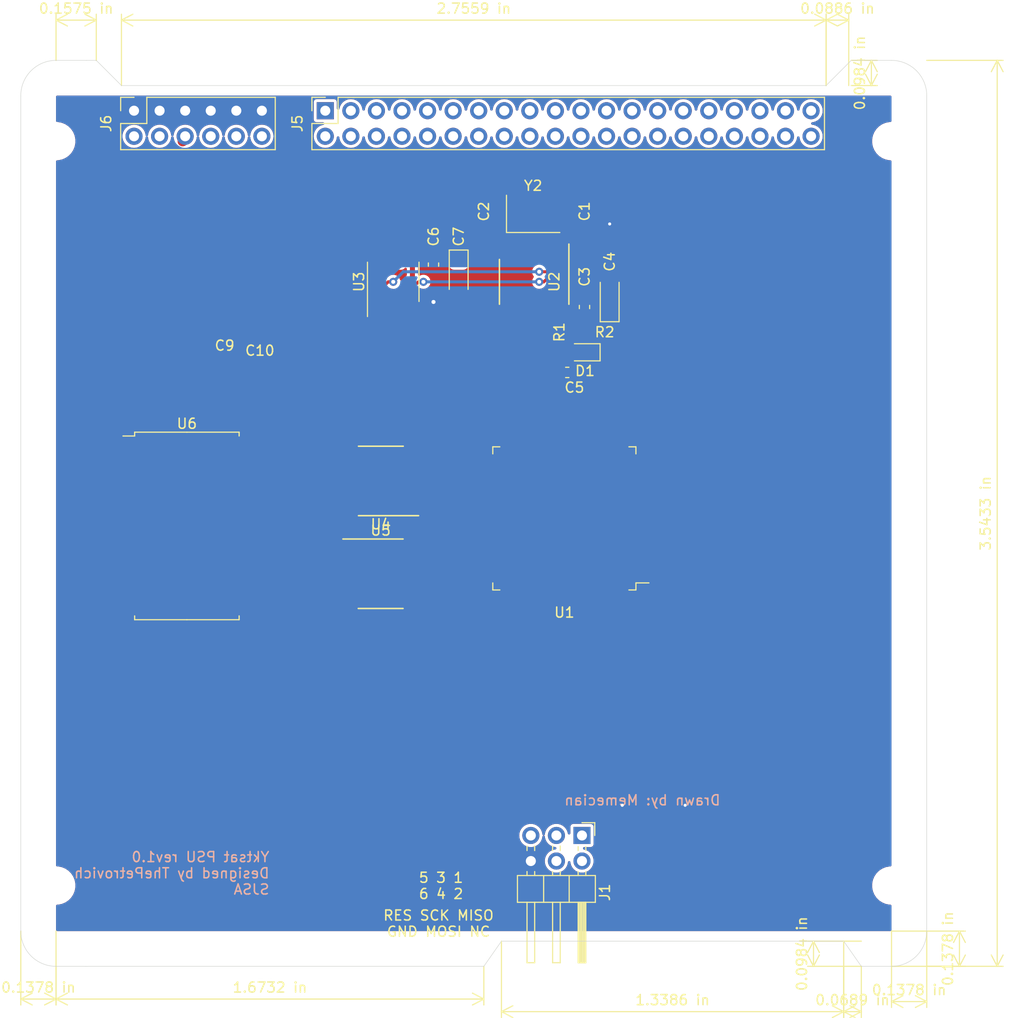
<source format=kicad_pcb>
(kicad_pcb (version 20171130) (host pcbnew "(5.1.4)-1")
  (title_block (title "Yktsat Power Supply Module") (date 2020-03-23) (rev 1) (company SJSA) (comment 1 YKTS-1000-PWRBRD) (comment 2 ThePetrovich))
  (layers (0 F.Cu signal) (31 B.Cu signal) (34 B.Paste user) (35 F.Paste user) (36 B.SilkS user) (37 F.SilkS user) (38 B.Mask user) (39 F.Mask user) (44 Edge.Cuts user))
  (net 0 "")
  (net 1 GND)
  (net 2 "Net-(C1-Pad1)")
  (net 3 "Net-(C2-Pad1)")
  (net 4 +5V)
  (net 5 "Net-(C5-Pad1)")
  (net 6 "Net-(R1-Pad2)")
  (net 7 "Net-(U2-Pad2)")
  (net 8 "Net-(U2-Pad1)")
  (net 9 CANH)
  (net 10 CANL)
  (net 11 +3V3-A)
  (net 12 "Net-(U1-Pad14)")
  (net 13 "Net-(U1-Pad13)")
  (net 14 "Net-(U1-Pad4)")
  (net 15 "Net-(U4-Pad19)")
  (net 16 "Net-(U4-Pad18)")
  (net 17 "Net-(U4-Pad17)")
  (net 18 "Net-(U5-Pad19)")
  (net 19 "Net-(U5-Pad18)")
  (net 20 "Net-(U5-Pad17)")
  (net 21 +5V-A)
  (net 22 /PK7)
  (net 23 /PK6)
  (net 24 /PK5)
  (net 25 /PK4)
  (net 26 /PK3)
  (net 27 /PK2)
  (net 28 /PK1)
  (net 29 /PK0)
  (net 30 /PJ7)
  (net 31 /PJ6)
  (net 32 /PJ5)
  (net 33 /PJ4)
  (net 34 /PJ3)
  (net 35 /PJ2)
  (net 36 /PJ1)
  (net 37 /PJ0)
  (net 38 /FCU_MEMORY/FCU_ALE2)
  (net 39 /FCU_MEMORY/FCU_ALE1)
  (net 40 /FCU_MEMORY/FCU_MEM_~OE)
  (net 41 /FCU_MEMORY/FCU_MEM_~WE)
  (net 42 "Net-(U4-Pad16)")
  (net 43 "Net-(U4-Pad15)")
  (net 44 "Net-(U4-Pad14)")
  (net 45 "Net-(U4-Pad13)")
  (net 46 "Net-(U4-Pad12)")
  (module Package_SO:TSOP-II-44_10.16x18.41mm_P0.8mm (layer F.Cu) (at 116.25 106.25)
    (fp_text reference U6 (at 0 -10.16) (layer F.SilkS))
    (fp_text value IS61C5128AL-10TLI)
    (pad 44 smd roundrect (at 5.5875 -8.4) (size 1.525 0.55) (layers F.Cu F.Paste F.Mask))
    (pad 43 smd roundrect (at 5.5875 -7.6) (size 1.525 0.55) (layers F.Cu F.Paste F.Mask))
    (pad 42 smd roundrect (at 5.5875 -6.8) (size 1.525 0.55) (layers F.Cu F.Paste F.Mask))
    (pad 41 smd roundrect (at 5.5875 -6) (size 1.525 0.55) (layers F.Cu F.Paste F.Mask) (net 20 "Net-(U5-Pad17)"))
    (pad 40 smd roundrect (at 5.5875 -5.2) (size 1.525 0.55) (layers F.Cu F.Paste F.Mask) (net 19 "Net-(U5-Pad18)"))
    (pad 39 smd roundrect (at 5.5875 -4.4) (size 1.525 0.55) (layers F.Cu F.Paste F.Mask) (net 18 "Net-(U5-Pad19)"))
    (pad 38 smd roundrect (at 5.5875 -3.6) (size 1.525 0.55) (layers F.Cu F.Paste F.Mask) (net 46 "Net-(U4-Pad12)"))
    (pad 37 smd roundrect (at 5.5875 -2.8) (size 1.525 0.55) (layers F.Cu F.Paste F.Mask) (net 40 /FCU_MEMORY/FCU_MEM_~OE))
    (pad 36 smd roundrect (at 5.5875 -2) (size 1.525 0.55) (layers F.Cu F.Paste F.Mask) (net 30 /PJ7))
    (pad 35 smd roundrect (at 5.5875 -1.2) (size 1.525 0.55) (layers F.Cu F.Paste F.Mask) (net 31 /PJ6))
    (pad 34 smd roundrect (at 5.5875 -0.4) (size 1.525 0.55) (layers F.Cu F.Paste F.Mask) (net 1 GND))
    (pad 33 smd roundrect (at 5.5875 0.4) (size 1.525 0.55) (layers F.Cu F.Paste F.Mask) (net 11 +3V3-A))
    (pad 32 smd roundrect (at 5.5875 1.2) (size 1.525 0.55) (layers F.Cu F.Paste F.Mask) (net 32 /PJ5))
    (pad 31 smd roundrect (at 5.5875 2) (size 1.525 0.55) (layers F.Cu F.Paste F.Mask) (net 33 /PJ4))
    (pad 30 smd roundrect (at 5.5875 2.8) (size 1.525 0.55) (layers F.Cu F.Paste F.Mask) (net 45 "Net-(U4-Pad13)"))
    (pad 29 smd roundrect (at 5.5875 3.6) (size 1.525 0.55) (layers F.Cu F.Paste F.Mask) (net 44 "Net-(U4-Pad14)"))
    (pad 28 smd roundrect (at 5.5875 4.4) (size 1.525 0.55) (layers F.Cu F.Paste F.Mask) (net 43 "Net-(U4-Pad15)"))
    (pad 27 smd roundrect (at 5.5875 5.2) (size 1.525 0.55) (layers F.Cu F.Paste F.Mask) (net 42 "Net-(U4-Pad16)"))
    (pad 26 smd roundrect (at 5.5875 6) (size 1.525 0.55) (layers F.Cu F.Paste F.Mask) (net 17 "Net-(U4-Pad17)"))
    (pad 25 smd roundrect (at 5.5875 6.8) (size 1.525 0.55) (layers F.Cu F.Paste F.Mask))
    (pad 24 smd roundrect (at 5.5875 7.6) (size 1.525 0.55) (layers F.Cu F.Paste F.Mask))
    (pad 23 smd roundrect (at 5.5875 8.4) (size 1.525 0.55) (layers F.Cu F.Paste F.Mask))
    (pad 22 smd roundrect (at -5.5875 8.4) (size 1.525 0.55) (layers F.Cu F.Paste F.Mask))
    (pad 21 smd roundrect (at -5.5875 7.6) (size 1.525 0.55) (layers F.Cu F.Paste F.Mask))
    (pad 20 smd roundrect (at -5.5875 6.8) (size 1.525 0.55) (layers F.Cu F.Paste F.Mask) (net 16 "Net-(U4-Pad18)"))
    (pad 19 smd roundrect (at -5.5875 6) (size 1.525 0.55) (layers F.Cu F.Paste F.Mask) (net 15 "Net-(U4-Pad19)"))
    (pad 18 smd roundrect (at -5.5875 5.2) (size 1.525 0.55) (layers F.Cu F.Paste F.Mask) (net 22 /PK7))
    (pad 17 smd roundrect (at -5.5875 4.4) (size 1.525 0.55) (layers F.Cu F.Paste F.Mask) (net 23 /PK6))
    (pad 16 smd roundrect (at -5.5875 3.6) (size 1.525 0.55) (layers F.Cu F.Paste F.Mask) (net 24 /PK5))
    (pad 15 smd roundrect (at -5.5875 2.8) (size 1.525 0.55) (layers F.Cu F.Paste F.Mask) (net 41 /FCU_MEMORY/FCU_MEM_~WE))
    (pad 14 smd roundrect (at -5.5875 2) (size 1.525 0.55) (layers F.Cu F.Paste F.Mask) (net 34 /PJ3))
    (pad 13 smd roundrect (at -5.5875 1.2) (size 1.525 0.55) (layers F.Cu F.Paste F.Mask) (net 35 /PJ2))
    (pad 12 smd roundrect (at -5.5875 0.4) (size 1.525 0.55) (layers F.Cu F.Paste F.Mask) (net 1 GND))
    (pad 11 smd roundrect (at -5.5875 -0.4) (size 1.525 0.55) (layers F.Cu F.Paste F.Mask) (net 11 +3V3-A))
    (pad 10 smd roundrect (at -5.5875 -1.2) (size 1.525 0.55) (layers F.Cu F.Paste F.Mask) (net 36 /PJ1))
    (pad 9 smd roundrect (at -5.5875 -2) (size 1.525 0.55) (layers F.Cu F.Paste F.Mask) (net 37 /PJ0))
    (pad 8 smd roundrect (at -5.5875 -2.8) (size 1.525 0.55) (layers F.Cu F.Paste F.Mask) (net 1 GND))
    (pad 7 smd roundrect (at -5.5875 -3.6) (size 1.525 0.55) (layers F.Cu F.Paste F.Mask) (net 25 /PK4))
    (pad 6 smd roundrect (at -5.5875 -4.4) (size 1.525 0.55) (layers F.Cu F.Paste F.Mask) (net 26 /PK3))
    (pad 5 smd roundrect (at -5.5875 -5.2) (size 1.525 0.55) (layers F.Cu F.Paste F.Mask) (net 27 /PK2))
    (pad 4 smd roundrect (at -5.5875 -6) (size 1.525 0.55) (layers F.Cu F.Paste F.Mask) (net 28 /PK1))
    (pad 3 smd roundrect (at -5.5875 -6.8) (size 1.525 0.55) (layers F.Cu F.Paste F.Mask) (net 29 /PK0))
    (pad 2 smd roundrect (at -5.5875 -7.6) (size 1.525 0.55) (layers F.Cu F.Paste F.Mask))
    (pad 1 smd roundrect (at -5.5875 -8.4) (size 1.525 0.55) (layers F.Cu F.Paste F.Mask))
  )
  (module Capacitor_SMD:C_0402_1005Metric (layer F.Cu) (at 123.5 90)
    (fp_text reference C10 (at 0 -1.17) (layer F.SilkS))
    (fp_text value 100nF)
    (pad 2 smd roundrect (at 0.485 0) (size 0.59 0.64) (layers F.Cu F.Paste F.Mask) (net 1 GND))
    (pad 1 smd roundrect (at -0.485 0) (size 0.59 0.64) (layers F.Cu F.Paste F.Mask) (net 11 +3V3-A))
  )
  (module Capacitor_SMD:C_0402_1005Metric (layer F.Cu) (at 120 89.5)
    (fp_text reference C9 (at 0 -1.17) (layer F.SilkS))
    (fp_text value 100nF)
    (pad 2 smd roundrect (at 0.485 0) (size 0.59 0.64) (layers F.Cu F.Paste F.Mask) (net 1 GND))
    (pad 1 smd roundrect (at -0.485 0) (size 0.59 0.64) (layers F.Cu F.Paste F.Mask) (net 11 +3V3-A))
  )
  (module Package_SO:TSSOP-20_4.4x6.5mm_P0.65mm (layer F.Cu) (at 135.5 111)
    (fp_text reference U5 (at 0 -4.3) (layer F.SilkS))
    (fp_text value 74HC573#SOIC)
    (pad 20 smd rect (at 2.95 -2.925) (size 1.45 0.45) (layers F.Cu F.Paste F.Mask) (net 11 +3V3-A))
    (pad 19 smd rect (at 2.95 -2.275) (size 1.45 0.45) (layers F.Cu F.Paste F.Mask) (net 18 "Net-(U5-Pad19)"))
    (pad 18 smd rect (at 2.95 -1.625) (size 1.45 0.45) (layers F.Cu F.Paste F.Mask) (net 19 "Net-(U5-Pad18)"))
    (pad 17 smd rect (at 2.95 -0.975) (size 1.45 0.45) (layers F.Cu F.Paste F.Mask) (net 20 "Net-(U5-Pad17)"))
    (pad 16 smd rect (at 2.95 -0.325) (size 1.45 0.45) (layers F.Cu F.Paste F.Mask))
    (pad 15 smd rect (at 2.95 0.325) (size 1.45 0.45) (layers F.Cu F.Paste F.Mask))
    (pad 14 smd rect (at 2.95 0.975) (size 1.45 0.45) (layers F.Cu F.Paste F.Mask))
    (pad 13 smd rect (at 2.95 1.625) (size 1.45 0.45) (layers F.Cu F.Paste F.Mask))
    (pad 12 smd rect (at 2.95 2.275) (size 1.45 0.45) (layers F.Cu F.Paste F.Mask))
    (pad 11 smd rect (at 2.95 2.925) (size 1.45 0.45) (layers F.Cu F.Paste F.Mask) (net 38 /FCU_MEMORY/FCU_ALE2))
    (pad 10 smd rect (at -2.95 2.925) (size 1.45 0.45) (layers F.Cu F.Paste F.Mask) (net 1 GND))
    (pad 9 smd rect (at -2.95 2.275) (size 1.45 0.45) (layers F.Cu F.Paste F.Mask))
    (pad 8 smd rect (at -2.95 1.625) (size 1.45 0.45) (layers F.Cu F.Paste F.Mask))
    (pad 7 smd rect (at -2.95 0.975) (size 1.45 0.45) (layers F.Cu F.Paste F.Mask))
    (pad 6 smd rect (at -2.95 0.325) (size 1.45 0.45) (layers F.Cu F.Paste F.Mask))
    (pad 5 smd rect (at -2.95 -0.325) (size 1.45 0.45) (layers F.Cu F.Paste F.Mask))
    (pad 4 smd rect (at -2.95 -0.975) (size 1.45 0.45) (layers F.Cu F.Paste F.Mask) (net 27 /PK2))
    (pad 3 smd rect (at -2.95 -1.625) (size 1.45 0.45) (layers F.Cu F.Paste F.Mask) (net 28 /PK1))
    (pad 2 smd rect (at -2.95 -2.275) (size 1.45 0.45) (layers F.Cu F.Paste F.Mask) (net 29 /PK0))
    (pad 1 smd rect (at -2.95 -2.925) (size 1.45 0.45) (layers F.Cu F.Paste F.Mask) (net 1 GND))
  )
  (module Package_SO:TSSOP-20_4.4x6.5mm_P0.65mm (layer F.Cu) (at 135.52 101.78 180)
    (fp_text reference U4 (at 0 -4.3) (layer F.SilkS))
    (fp_text value 74HC573#SOIC)
    (pad 20 smd rect (at 2.95 -2.925 180) (size 1.45 0.45) (layers F.Cu F.Paste F.Mask) (net 11 +3V3-A))
    (pad 19 smd rect (at 2.95 -2.275 180) (size 1.45 0.45) (layers F.Cu F.Paste F.Mask) (net 15 "Net-(U4-Pad19)"))
    (pad 18 smd rect (at 2.95 -1.625 180) (size 1.45 0.45) (layers F.Cu F.Paste F.Mask) (net 16 "Net-(U4-Pad18)"))
    (pad 17 smd rect (at 2.95 -0.975 180) (size 1.45 0.45) (layers F.Cu F.Paste F.Mask) (net 17 "Net-(U4-Pad17)"))
    (pad 16 smd rect (at 2.95 -0.325 180) (size 1.45 0.45) (layers F.Cu F.Paste F.Mask) (net 42 "Net-(U4-Pad16)"))
    (pad 15 smd rect (at 2.95 0.325 180) (size 1.45 0.45) (layers F.Cu F.Paste F.Mask) (net 43 "Net-(U4-Pad15)"))
    (pad 14 smd rect (at 2.95 0.975 180) (size 1.45 0.45) (layers F.Cu F.Paste F.Mask) (net 44 "Net-(U4-Pad14)"))
    (pad 13 smd rect (at 2.95 1.625 180) (size 1.45 0.45) (layers F.Cu F.Paste F.Mask) (net 45 "Net-(U4-Pad13)"))
    (pad 12 smd rect (at 2.95 2.275 180) (size 1.45 0.45) (layers F.Cu F.Paste F.Mask) (net 46 "Net-(U4-Pad12)"))
    (pad 11 smd rect (at 2.95 2.925 180) (size 1.45 0.45) (layers F.Cu F.Paste F.Mask) (net 39 /FCU_MEMORY/FCU_ALE1))
    (pad 10 smd rect (at -2.95 2.925 180) (size 1.45 0.45) (layers F.Cu F.Paste F.Mask) (net 1 GND))
    (pad 9 smd rect (at -2.95 2.275 180) (size 1.45 0.45) (layers F.Cu F.Paste F.Mask) (net 22 /PK7))
    (pad 8 smd rect (at -2.95 1.625 180) (size 1.45 0.45) (layers F.Cu F.Paste F.Mask) (net 23 /PK6))
    (pad 7 smd rect (at -2.95 0.975 180) (size 1.45 0.45) (layers F.Cu F.Paste F.Mask) (net 24 /PK5))
    (pad 6 smd rect (at -2.95 0.325 180) (size 1.45 0.45) (layers F.Cu F.Paste F.Mask) (net 25 /PK4))
    (pad 5 smd rect (at -2.95 -0.325 180) (size 1.45 0.45) (layers F.Cu F.Paste F.Mask) (net 26 /PK3))
    (pad 4 smd rect (at -2.95 -0.975 180) (size 1.45 0.45) (layers F.Cu F.Paste F.Mask) (net 27 /PK2))
    (pad 3 smd rect (at -2.95 -1.625 180) (size 1.45 0.45) (layers F.Cu F.Paste F.Mask) (net 28 /PK1))
    (pad 2 smd rect (at -2.95 -2.275 180) (size 1.45 0.45) (layers F.Cu F.Paste F.Mask) (net 29 /PK0))
    (pad 1 smd rect (at -2.95 -2.925 180) (size 1.45 0.45) (layers F.Cu F.Paste F.Mask) (net 1 GND))
  )
  (module Package_QFP:TQFP-100_14x14mm_P0.5mm (layer F.Cu) (at 153.75 105.5 180)
    (fp_text reference U1 (at 0 -9.35) (layer F.SilkS))
    (fp_text value ATxmega128A1U-AU)
    (pad 100 smd roundrect (at -6 -7.6625 180) (size 0.3 1.475) (layers F.Cu F.Paste F.Mask))
    (pad 99 smd roundrect (at -5.5 -7.6625 180) (size 0.3 1.475) (layers F.Cu F.Paste F.Mask))
    (pad 98 smd roundrect (at -5 -7.6625 180) (size 0.3 1.475) (layers F.Cu F.Paste F.Mask))
    (pad 97 smd roundrect (at -4.5 -7.6625 180) (size 0.3 1.475) (layers F.Cu F.Paste F.Mask))
    (pad 96 smd roundrect (at -4 -7.6625 180) (size 0.3 1.475) (layers F.Cu F.Paste F.Mask))
    (pad 95 smd roundrect (at -3.5 -7.6625 180) (size 0.3 1.475) (layers F.Cu F.Paste F.Mask))
    (pad 94 smd roundrect (at -3 -7.6625 180) (size 0.3 1.475) (layers F.Cu F.Paste F.Mask) (net 14 "Net-(U1-Pad4)"))
    (pad 93 smd roundrect (at -2.5 -7.6625 180) (size 0.3 1.475) (layers F.Cu F.Paste F.Mask) (net 13 "Net-(U1-Pad13)"))
    (pad 92 smd roundrect (at -2 -7.6625 180) (size 0.3 1.475) (layers F.Cu F.Paste F.Mask))
    (pad 91 smd roundrect (at -1.5 -7.6625 180) (size 0.3 1.475) (layers F.Cu F.Paste F.Mask))
    (pad 90 smd roundrect (at -1 -7.6625 180) (size 0.3 1.475) (layers F.Cu F.Paste F.Mask))
    (pad 89 smd roundrect (at -0.5 -7.6625 180) (size 0.3 1.475) (layers F.Cu F.Paste F.Mask))
    (pad 88 smd roundrect (at 0 -7.6625 180) (size 0.3 1.475) (layers F.Cu F.Paste F.Mask))
    (pad 87 smd roundrect (at 0.5 -7.6625 180) (size 0.3 1.475) (layers F.Cu F.Paste F.Mask))
    (pad 86 smd roundrect (at 1 -7.6625 180) (size 0.3 1.475) (layers F.Cu F.Paste F.Mask))
    (pad 85 smd roundrect (at 1.5 -7.6625 180) (size 0.3 1.475) (layers F.Cu F.Paste F.Mask))
    (pad 84 smd roundrect (at 2 -7.6625 180) (size 0.3 1.475) (layers F.Cu F.Paste F.Mask) (net 13 "Net-(U1-Pad13)"))
    (pad 83 smd roundrect (at 2.5 -7.6625 180) (size 0.3 1.475) (layers F.Cu F.Paste F.Mask) (net 12 "Net-(U1-Pad14)"))
    (pad 82 smd roundrect (at 3 -7.6625 180) (size 0.3 1.475) (layers F.Cu F.Paste F.Mask) (net 22 /PK7))
    (pad 81 smd roundrect (at 3.5 -7.6625 180) (size 0.3 1.475) (layers F.Cu F.Paste F.Mask) (net 23 /PK6))
    (pad 80 smd roundrect (at 4 -7.6625 180) (size 0.3 1.475) (layers F.Cu F.Paste F.Mask) (net 24 /PK5))
    (pad 79 smd roundrect (at 4.5 -7.6625 180) (size 0.3 1.475) (layers F.Cu F.Paste F.Mask) (net 25 /PK4))
    (pad 78 smd roundrect (at 5 -7.6625 180) (size 0.3 1.475) (layers F.Cu F.Paste F.Mask) (net 26 /PK3))
    (pad 77 smd roundrect (at 5.5 -7.6625 180) (size 0.3 1.475) (layers F.Cu F.Paste F.Mask) (net 27 /PK2))
    (pad 76 smd roundrect (at 6 -7.6625 180) (size 0.3 1.475) (layers F.Cu F.Paste F.Mask) (net 28 /PK1))
    (pad 75 smd roundrect (at 7.6625 -6 180) (size 1.475 0.3) (layers F.Cu F.Paste F.Mask) (net 29 /PK0))
    (pad 74 smd roundrect (at 7.6625 -5.5 180) (size 1.475 0.3) (layers F.Cu F.Paste F.Mask) (net 12 "Net-(U1-Pad14)"))
    (pad 73 smd roundrect (at 7.6625 -5 180) (size 1.475 0.3) (layers F.Cu F.Paste F.Mask) (net 13 "Net-(U1-Pad13)"))
    (pad 72 smd roundrect (at 7.6625 -4.5 180) (size 1.475 0.3) (layers F.Cu F.Paste F.Mask) (net 30 /PJ7))
    (pad 71 smd roundrect (at 7.6625 -4 180) (size 1.475 0.3) (layers F.Cu F.Paste F.Mask) (net 31 /PJ6))
    (pad 70 smd roundrect (at 7.6625 -3.5 180) (size 1.475 0.3) (layers F.Cu F.Paste F.Mask) (net 32 /PJ5))
    (pad 69 smd roundrect (at 7.6625 -3 180) (size 1.475 0.3) (layers F.Cu F.Paste F.Mask) (net 33 /PJ4))
    (pad 68 smd roundrect (at 7.6625 -2.5 180) (size 1.475 0.3) (layers F.Cu F.Paste F.Mask) (net 34 /PJ3))
    (pad 67 smd roundrect (at 7.6625 -2 180) (size 1.475 0.3) (layers F.Cu F.Paste F.Mask) (net 35 /PJ2))
    (pad 66 smd roundrect (at 7.6625 -1.5 180) (size 1.475 0.3) (layers F.Cu F.Paste F.Mask) (net 36 /PJ1))
    (pad 65 smd roundrect (at 7.6625 -1 180) (size 1.475 0.3) (layers F.Cu F.Paste F.Mask) (net 37 /PJ0))
    (pad 64 smd roundrect (at 7.6625 -0.5 180) (size 1.475 0.3) (layers F.Cu F.Paste F.Mask) (net 12 "Net-(U1-Pad14)"))
    (pad 63 smd roundrect (at 7.6625 0 180) (size 1.475 0.3) (layers F.Cu F.Paste F.Mask) (net 13 "Net-(U1-Pad13)"))
    (pad 62 smd roundrect (at 7.6625 0.5 180) (size 1.475 0.3) (layers F.Cu F.Paste F.Mask))
    (pad 61 smd roundrect (at 7.6625 1 180) (size 1.475 0.3) (layers F.Cu F.Paste F.Mask))
    (pad 60 smd roundrect (at 7.6625 1.5 180) (size 1.475 0.3) (layers F.Cu F.Paste F.Mask))
    (pad 59 smd roundrect (at 7.6625 2 180) (size 1.475 0.3) (layers F.Cu F.Paste F.Mask))
    (pad 58 smd roundrect (at 7.6625 2.5 180) (size 1.475 0.3) (layers F.Cu F.Paste F.Mask) (net 38 /FCU_MEMORY/FCU_ALE2))
    (pad 57 smd roundrect (at 7.6625 3 180) (size 1.475 0.3) (layers F.Cu F.Paste F.Mask) (net 39 /FCU_MEMORY/FCU_ALE1))
    (pad 56 smd roundrect (at 7.6625 3.5 180) (size 1.475 0.3) (layers F.Cu F.Paste F.Mask) (net 40 /FCU_MEMORY/FCU_MEM_~OE))
    (pad 55 smd roundrect (at 7.6625 4 180) (size 1.475 0.3) (layers F.Cu F.Paste F.Mask) (net 41 /FCU_MEMORY/FCU_MEM_~WE))
    (pad 54 smd roundrect (at 7.6625 4.5 180) (size 1.475 0.3) (layers F.Cu F.Paste F.Mask) (net 12 "Net-(U1-Pad14)"))
    (pad 53 smd roundrect (at 7.6625 5 180) (size 1.475 0.3) (layers F.Cu F.Paste F.Mask) (net 13 "Net-(U1-Pad13)"))
    (pad 52 smd roundrect (at 7.6625 5.5 180) (size 1.475 0.3) (layers F.Cu F.Paste F.Mask))
    (pad 51 smd roundrect (at 7.6625 6 180) (size 1.475 0.3) (layers F.Cu F.Paste F.Mask))
    (pad 50 smd roundrect (at 6 7.6625 180) (size 0.3 1.475) (layers F.Cu F.Paste F.Mask))
    (pad 49 smd roundrect (at 5.5 7.6625 180) (size 0.3 1.475) (layers F.Cu F.Paste F.Mask))
    (pad 48 smd roundrect (at 5 7.6625 180) (size 0.3 1.475) (layers F.Cu F.Paste F.Mask))
    (pad 47 smd roundrect (at 4.5 7.6625 180) (size 0.3 1.475) (layers F.Cu F.Paste F.Mask))
    (pad 46 smd roundrect (at 4 7.6625 180) (size 0.3 1.475) (layers F.Cu F.Paste F.Mask))
    (pad 45 smd roundrect (at 3.5 7.6625 180) (size 0.3 1.475) (layers F.Cu F.Paste F.Mask))
    (pad 44 smd roundrect (at 3 7.6625 180) (size 0.3 1.475) (layers F.Cu F.Paste F.Mask) (net 12 "Net-(U1-Pad14)"))
    (pad 43 smd roundrect (at 2.5 7.6625 180) (size 0.3 1.475) (layers F.Cu F.Paste F.Mask) (net 13 "Net-(U1-Pad13)"))
    (pad 42 smd roundrect (at 2 7.6625 180) (size 0.3 1.475) (layers F.Cu F.Paste F.Mask))
    (pad 41 smd roundrect (at 1.5 7.6625 180) (size 0.3 1.475) (layers F.Cu F.Paste F.Mask))
    (pad 40 smd roundrect (at 1 7.6625 180) (size 0.3 1.475) (layers F.Cu F.Paste F.Mask))
    (pad 39 smd roundrect (at 0.5 7.6625 180) (size 0.3 1.475) (layers F.Cu F.Paste F.Mask))
    (pad 38 smd roundrect (at 0 7.6625 180) (size 0.3 1.475) (layers F.Cu F.Paste F.Mask))
    (pad 37 smd roundrect (at -0.5 7.6625 180) (size 0.3 1.475) (layers F.Cu F.Paste F.Mask))
    (pad 36 smd roundrect (at -1 7.6625 180) (size 0.3 1.475) (layers F.Cu F.Paste F.Mask))
    (pad 35 smd roundrect (at -1.5 7.6625 180) (size 0.3 1.475) (layers F.Cu F.Paste F.Mask))
    (pad 34 smd roundrect (at -2 7.6625 180) (size 0.3 1.475) (layers F.Cu F.Paste F.Mask) (net 12 "Net-(U1-Pad14)"))
    (pad 33 smd roundrect (at -2.5 7.6625 180) (size 0.3 1.475) (layers F.Cu F.Paste F.Mask) (net 13 "Net-(U1-Pad13)"))
    (pad 32 smd roundrect (at -3 7.6625 180) (size 0.3 1.475) (layers F.Cu F.Paste F.Mask))
    (pad 31 smd roundrect (at -3.5 7.6625 180) (size 0.3 1.475) (layers F.Cu F.Paste F.Mask))
    (pad 30 smd roundrect (at -4 7.6625 180) (size 0.3 1.475) (layers F.Cu F.Paste F.Mask))
    (pad 29 smd roundrect (at -4.5 7.6625 180) (size 0.3 1.475) (layers F.Cu F.Paste F.Mask))
    (pad 28 smd roundrect (at -5 7.6625 180) (size 0.3 1.475) (layers F.Cu F.Paste F.Mask))
    (pad 27 smd roundrect (at -5.5 7.6625 180) (size 0.3 1.475) (layers F.Cu F.Paste F.Mask))
    (pad 26 smd roundrect (at -6 7.6625 180) (size 0.3 1.475) (layers F.Cu F.Paste F.Mask))
    (pad 25 smd roundrect (at -7.6625 6 180) (size 1.475 0.3) (layers F.Cu F.Paste F.Mask))
    (pad 24 smd roundrect (at -7.6625 5.5 180) (size 1.475 0.3) (layers F.Cu F.Paste F.Mask) (net 12 "Net-(U1-Pad14)"))
    (pad 23 smd roundrect (at -7.6625 5 180) (size 1.475 0.3) (layers F.Cu F.Paste F.Mask) (net 13 "Net-(U1-Pad13)"))
    (pad 22 smd roundrect (at -7.6625 4.5 180) (size 1.475 0.3) (layers F.Cu F.Paste F.Mask))
    (pad 21 smd roundrect (at -7.6625 4 180) (size 1.475 0.3) (layers F.Cu F.Paste F.Mask))
    (pad 20 smd roundrect (at -7.6625 3.5 180) (size 1.475 0.3) (layers F.Cu F.Paste F.Mask))
    (pad 19 smd roundrect (at -7.6625 3 180) (size 1.475 0.3) (layers F.Cu F.Paste F.Mask))
    (pad 18 smd roundrect (at -7.6625 2.5 180) (size 1.475 0.3) (layers F.Cu F.Paste F.Mask))
    (pad 17 smd roundrect (at -7.6625 2 180) (size 1.475 0.3) (layers F.Cu F.Paste F.Mask))
    (pad 16 smd roundrect (at -7.6625 1.5 180) (size 1.475 0.3) (layers F.Cu F.Paste F.Mask))
    (pad 15 smd roundrect (at -7.6625 1 180) (size 1.475 0.3) (layers F.Cu F.Paste F.Mask))
    (pad 14 smd roundrect (at -7.6625 0.5 180) (size 1.475 0.3) (layers F.Cu F.Paste F.Mask) (net 12 "Net-(U1-Pad14)"))
    (pad 13 smd roundrect (at -7.6625 0 180) (size 1.475 0.3) (layers F.Cu F.Paste F.Mask) (net 13 "Net-(U1-Pad13)"))
    (pad 12 smd roundrect (at -7.6625 -0.5 180) (size 1.475 0.3) (layers F.Cu F.Paste F.Mask))
    (pad 11 smd roundrect (at -7.6625 -1 180) (size 1.475 0.3) (layers F.Cu F.Paste F.Mask))
    (pad 10 smd roundrect (at -7.6625 -1.5 180) (size 1.475 0.3) (layers F.Cu F.Paste F.Mask))
    (pad 9 smd roundrect (at -7.6625 -2 180) (size 1.475 0.3) (layers F.Cu F.Paste F.Mask))
    (pad 8 smd roundrect (at -7.6625 -2.5 180) (size 1.475 0.3) (layers F.Cu F.Paste F.Mask))
    (pad 7 smd roundrect (at -7.6625 -3 180) (size 1.475 0.3) (layers F.Cu F.Paste F.Mask))
    (pad 6 smd roundrect (at -7.6625 -3.5 180) (size 1.475 0.3) (layers F.Cu F.Paste F.Mask))
    (pad 5 smd roundrect (at -7.6625 -4 180) (size 1.475 0.3) (layers F.Cu F.Paste F.Mask))
    (pad 4 smd roundrect (at -7.6625 -4.5 180) (size 1.475 0.3) (layers F.Cu F.Paste F.Mask) (net 14 "Net-(U1-Pad4)"))
    (pad 3 smd roundrect (at -7.6625 -5 180) (size 1.475 0.3) (layers F.Cu F.Paste F.Mask) (net 13 "Net-(U1-Pad13)"))
    (pad 2 smd roundrect (at -7.6625 -5.5 180) (size 1.475 0.3) (layers F.Cu F.Paste F.Mask))
    (pad 1 smd roundrect (at -7.6625 -6 180) (size 1.475 0.3) (layers F.Cu F.Paste F.Mask))
  )
  (module Connector_PinHeader_2.54mm:PinHeader_2x03_P2.54mm_Horizontal (layer F.Cu) (at 155.5 137 270)
    (fp_text reference J1 (at 5.655 -2.27 90) (layer F.SilkS))
    (fp_text value ICSP)
    (pad 6 thru_hole oval (at 2.54 5.08 270) (size 1.7 1.7) (drill 1) (layers *.Cu *.Mask) (net 1 GND))
    (pad 5 thru_hole oval (at 0 5.08 270) (size 1.7 1.7) (drill 1) (layers *.Cu *.Mask))
    (pad 4 thru_hole oval (at 2.54 2.54 270) (size 1.7 1.7) (drill 1) (layers *.Cu *.Mask))
    (pad 3 thru_hole oval (at 0 2.54 270) (size 1.7 1.7) (drill 1) (layers *.Cu *.Mask))
    (pad 2 thru_hole oval (at 2.54 0 270) (size 1.7 1.7) (drill 1) (layers *.Cu *.Mask))
    (pad 1 thru_hole rect (at 0 0 270) (size 1.7 1.7) (drill 1) (layers *.Cu *.Mask))
  )
  (module Connector_PinSocket_2.54mm:PinSocket_2x06_P2.54mm_Vertical (layer F.Cu) (at 111 65 90)
    (fp_text reference J6 (at -1.27 -2.77 90) (layer F.SilkS))
    (fp_text value PWR_HEAD)
    (pad 12 thru_hole oval (at -2.54 12.7 90) (size 1.7 1.7) (drill 1) (layers *.Cu *.Mask))
    (pad 11 thru_hole oval (at 0 12.7 90) (size 1.7 1.7) (drill 1) (layers *.Cu *.Mask) (net 1 GND))
    (pad 10 thru_hole oval (at -2.54 10.16 90) (size 1.7 1.7) (drill 1) (layers *.Cu *.Mask))
    (pad 9 thru_hole oval (at 0 10.16 90) (size 1.7 1.7) (drill 1) (layers *.Cu *.Mask) (net 1 GND))
    (pad 8 thru_hole oval (at -2.54 7.62 90) (size 1.7 1.7) (drill 1) (layers *.Cu *.Mask))
    (pad 7 thru_hole oval (at 0 7.62 90) (size 1.7 1.7) (drill 1) (layers *.Cu *.Mask) (net 1 GND))
    (pad 6 thru_hole oval (at -2.54 5.08 90) (size 1.7 1.7) (drill 1) (layers *.Cu *.Mask) (net 11 +3V3-A))
    (pad 5 thru_hole oval (at 0 5.08 90) (size 1.7 1.7) (drill 1) (layers *.Cu *.Mask) (net 1 GND))
    (pad 4 thru_hole oval (at -2.54 2.54 90) (size 1.7 1.7) (drill 1) (layers *.Cu *.Mask))
    (pad 3 thru_hole oval (at 0 2.54 90) (size 1.7 1.7) (drill 1) (layers *.Cu *.Mask) (net 1 GND))
    (pad 2 thru_hole oval (at -2.54 0 90) (size 1.7 1.7) (drill 1) (layers *.Cu *.Mask) (net 21 +5V-A))
    (pad 1 thru_hole rect (at 0 0 90) (size 1.7 1.7) (drill 1) (layers *.Cu *.Mask) (net 1 GND))
  )
  (module Connector_PinSocket_2.54mm:PinSocket_2x20_P2.54mm_Vertical (layer F.Cu) (at 130 65 90)
    (fp_text reference J5 (at -1.27 -2.77 90) (layer F.SilkS))
    (fp_text value Conn_02x20_Odd_Even_MountingPin)
    (pad 40 thru_hole oval (at -2.54 48.26 90) (size 1.7 1.7) (drill 1) (layers *.Cu *.Mask))
    (pad 39 thru_hole oval (at 0 48.26 90) (size 1.7 1.7) (drill 1) (layers *.Cu *.Mask))
    (pad 38 thru_hole oval (at -2.54 45.72 90) (size 1.7 1.7) (drill 1) (layers *.Cu *.Mask))
    (pad 37 thru_hole oval (at 0 45.72 90) (size 1.7 1.7) (drill 1) (layers *.Cu *.Mask))
    (pad 36 thru_hole oval (at -2.54 43.18 90) (size 1.7 1.7) (drill 1) (layers *.Cu *.Mask))
    (pad 35 thru_hole oval (at 0 43.18 90) (size 1.7 1.7) (drill 1) (layers *.Cu *.Mask))
    (pad 34 thru_hole oval (at -2.54 40.64 90) (size 1.7 1.7) (drill 1) (layers *.Cu *.Mask))
    (pad 33 thru_hole oval (at 0 40.64 90) (size 1.7 1.7) (drill 1) (layers *.Cu *.Mask))
    (pad 32 thru_hole oval (at -2.54 38.1 90) (size 1.7 1.7) (drill 1) (layers *.Cu *.Mask))
    (pad 31 thru_hole oval (at 0 38.1 90) (size 1.7 1.7) (drill 1) (layers *.Cu *.Mask))
    (pad 30 thru_hole oval (at -2.54 35.56 90) (size 1.7 1.7) (drill 1) (layers *.Cu *.Mask))
    (pad 29 thru_hole oval (at 0 35.56 90) (size 1.7 1.7) (drill 1) (layers *.Cu *.Mask))
    (pad 28 thru_hole oval (at -2.54 33.02 90) (size 1.7 1.7) (drill 1) (layers *.Cu *.Mask))
    (pad 27 thru_hole oval (at 0 33.02 90) (size 1.7 1.7) (drill 1) (layers *.Cu *.Mask))
    (pad 26 thru_hole oval (at -2.54 30.48 90) (size 1.7 1.7) (drill 1) (layers *.Cu *.Mask))
    (pad 25 thru_hole oval (at 0 30.48 90) (size 1.7 1.7) (drill 1) (layers *.Cu *.Mask))
    (pad 24 thru_hole oval (at -2.54 27.94 90) (size 1.7 1.7) (drill 1) (layers *.Cu *.Mask))
    (pad 23 thru_hole oval (at 0 27.94 90) (size 1.7 1.7) (drill 1) (layers *.Cu *.Mask))
    (pad 22 thru_hole oval (at -2.54 25.4 90) (size 1.7 1.7) (drill 1) (layers *.Cu *.Mask))
    (pad 21 thru_hole oval (at 0 25.4 90) (size 1.7 1.7) (drill 1) (layers *.Cu *.Mask))
    (pad 20 thru_hole oval (at -2.54 22.86 90) (size 1.7 1.7) (drill 1) (layers *.Cu *.Mask))
    (pad 19 thru_hole oval (at 0 22.86 90) (size 1.7 1.7) (drill 1) (layers *.Cu *.Mask))
    (pad 18 thru_hole oval (at -2.54 20.32 90) (size 1.7 1.7) (drill 1) (layers *.Cu *.Mask))
    (pad 17 thru_hole oval (at 0 20.32 90) (size 1.7 1.7) (drill 1) (layers *.Cu *.Mask))
    (pad 16 thru_hole oval (at -2.54 17.78 90) (size 1.7 1.7) (drill 1) (layers *.Cu *.Mask))
    (pad 15 thru_hole oval (at 0 17.78 90) (size 1.7 1.7) (drill 1) (layers *.Cu *.Mask))
    (pad 14 thru_hole oval (at -2.54 15.24 90) (size 1.7 1.7) (drill 1) (layers *.Cu *.Mask))
    (pad 13 thru_hole oval (at 0 15.24 90) (size 1.7 1.7) (drill 1) (layers *.Cu *.Mask))
    (pad 12 thru_hole oval (at -2.54 12.7 90) (size 1.7 1.7) (drill 1) (layers *.Cu *.Mask))
    (pad 11 thru_hole oval (at 0 12.7 90) (size 1.7 1.7) (drill 1) (layers *.Cu *.Mask))
    (pad 10 thru_hole oval (at -2.54 10.16 90) (size 1.7 1.7) (drill 1) (layers *.Cu *.Mask))
    (pad 9 thru_hole oval (at 0 10.16 90) (size 1.7 1.7) (drill 1) (layers *.Cu *.Mask))
    (pad 8 thru_hole oval (at -2.54 7.62 90) (size 1.7 1.7) (drill 1) (layers *.Cu *.Mask) (net 1 GND))
    (pad 7 thru_hole oval (at 0 7.62 90) (size 1.7 1.7) (drill 1) (layers *.Cu *.Mask) (net 1 GND))
    (pad 6 thru_hole oval (at -2.54 5.08 90) (size 1.7 1.7) (drill 1) (layers *.Cu *.Mask) (net 10 CANL))
    (pad 5 thru_hole oval (at 0 5.08 90) (size 1.7 1.7) (drill 1) (layers *.Cu *.Mask) (net 1 GND))
    (pad 4 thru_hole oval (at -2.54 2.54 90) (size 1.7 1.7) (drill 1) (layers *.Cu *.Mask) (net 9 CANH))
    (pad 3 thru_hole oval (at 0 2.54 90) (size 1.7 1.7) (drill 1) (layers *.Cu *.Mask) (net 1 GND))
    (pad 2 thru_hole oval (at -2.54 0 90) (size 1.7 1.7) (drill 1) (layers *.Cu *.Mask) (net 1 GND))
    (pad 1 thru_hole rect (at 0 0 90) (size 1.7 1.7) (drill 1) (layers *.Cu *.Mask) (net 1 GND))
  )
  (module MountingHole:MountingHole_3.2mm_M3 (layer F.Cu) (at 103.275 141.975)
    (fp_text reference REF** hide)
    (fp_text value MountingHole_3.2mm_M3)
    (pad 1 np_thru_hole circle (at 0 0) (size 3.2 3.2) (drill 3.2) (layers *.Cu *.Mask))
  )
  (module MountingHole:MountingHole_3.2mm_M3 (layer F.Cu) (at 186.225 141.975)
    (fp_text reference REF** hide)
    (fp_text value MountingHole_3.2mm_M3)
    (pad 1 np_thru_hole circle (at 0 0) (size 3.2 3.2) (drill 3.2) (layers *.Cu *.Mask))
  )
  (module MountingHole:MountingHole_3.2mm_M3 (layer F.Cu) (at 186.225 68.025)
    (fp_text reference REF** hide)
    (fp_text value MountingHole_3.2mm_M3)
    (pad 1 np_thru_hole circle (at 0 0) (size 3.2 3.2) (drill 3.2) (layers *.Cu *.Mask))
  )
  (module MountingHole:MountingHole_3.2mm_M3 (layer F.Cu) (at 103.25 68.025)
    (fp_text reference REF** hide)
    (fp_text value MountingHole_3.2mm_M3)
    (pad "" np_thru_hole circle (at 0.025 0) (size 3.2 3.2) (drill 3.2) (layers *.Cu *.Mask))
  )
  (module Crystal:Crystal_SMD_5032-4Pin_5.0x3.2mm (layer F.Cu) (at 150.65 75.25)
    (fp_text reference Y2 (at 0 -2.8) (layer F.SilkS))
    (fp_text value "12 MHz")
    (pad 4 smd rect (at -1.65 -1) (size 1.6 1.3) (layers F.Cu F.Paste F.Mask) (net 1 GND))
    (pad 3 smd rect (at 1.65 -1) (size 1.6 1.3) (layers F.Cu F.Paste F.Mask) (net 2 "Net-(C1-Pad1)"))
    (pad 2 smd rect (at 1.65 1) (size 1.6 1.3) (layers F.Cu F.Paste F.Mask) (net 1 GND))
    (pad 1 smd rect (at -1.65 1) (size 1.6 1.3) (layers F.Cu F.Paste F.Mask) (net 3 "Net-(C2-Pad1)"))
  )
  (module Package_SO:SOIC-8_3.9x4.9mm_P1.27mm (layer F.Cu) (at 136.75 82 90)
    (fp_text reference U3 (at 0 -3.4 90) (layer F.SilkS))
    (fp_text value TJA1051T-3)
    (pad 8 smd roundrect (at 2.475 -1.905 90) (size 1.95 0.6) (layers F.Cu F.Paste F.Mask) (net 1 GND))
    (pad 7 smd roundrect (at 2.475 -0.635 90) (size 1.95 0.6) (layers F.Cu F.Paste F.Mask) (net 9 CANH))
    (pad 6 smd roundrect (at 2.475 0.635 90) (size 1.95 0.6) (layers F.Cu F.Paste F.Mask) (net 10 CANL))
    (pad 5 smd roundrect (at 2.475 1.905 90) (size 1.95 0.6) (layers F.Cu F.Paste F.Mask) (net 11 +3V3-A))
    (pad 4 smd roundrect (at -2.475 1.905 90) (size 1.95 0.6) (layers F.Cu F.Paste F.Mask) (net 8 "Net-(U2-Pad1)"))
    (pad 3 smd roundrect (at -2.475 0.635 90) (size 1.95 0.6) (layers F.Cu F.Paste F.Mask) (net 21 +5V-A))
    (pad 2 smd roundrect (at -2.475 -0.635 90) (size 1.95 0.6) (layers F.Cu F.Paste F.Mask) (net 1 GND))
    (pad 1 smd roundrect (at -2.475 -1.905 90) (size 1.95 0.6) (layers F.Cu F.Paste F.Mask) (net 7 "Net-(U2-Pad2)"))
  )
  (module Package_SO:TSSOP-20_4.4x6.5mm_P0.65mm (layer F.Cu) (at 150.75 82 270)
    (fp_text reference U2 (at 0 -2 90) (layer F.SilkS))
    (fp_text value MCP2515-xST)
    (pad 20 smd rect (at 2.95 -2.925 270) (size 1.45 0.45) (layers F.Cu F.Paste F.Mask) (net 11 +3V3-A))
    (pad 19 smd rect (at 2.95 -2.275 270) (size 1.45 0.45) (layers F.Cu F.Paste F.Mask) (net 6 "Net-(R1-Pad2)"))
    (pad 18 smd rect (at 2.95 -1.625 270) (size 1.45 0.45) (layers F.Cu F.Paste F.Mask))
    (pad 17 smd rect (at 2.95 -0.975 270) (size 1.45 0.45) (layers F.Cu F.Paste F.Mask))
    (pad 16 smd rect (at 2.95 -0.325 270) (size 1.45 0.45) (layers F.Cu F.Paste F.Mask))
    (pad 15 smd rect (at 2.95 0.325 270) (size 1.45 0.45) (layers F.Cu F.Paste F.Mask))
    (pad 14 smd rect (at 2.95 0.975 270) (size 1.45 0.45) (layers F.Cu F.Paste F.Mask))
    (pad 13 smd rect (at 2.95 1.625 270) (size 1.45 0.45) (layers F.Cu F.Paste F.Mask))
    (pad 12 smd rect (at 2.95 2.275 270) (size 1.45 0.45) (layers F.Cu F.Paste F.Mask))
    (pad 11 smd rect (at 2.95 2.925 270) (size 1.45 0.45) (layers F.Cu F.Paste F.Mask))
    (pad 10 smd rect (at -2.95 2.925 270) (size 1.45 0.45) (layers F.Cu F.Paste F.Mask) (net 1 GND))
    (pad 9 smd rect (at -2.95 2.275 270) (size 1.45 0.45) (layers F.Cu F.Paste F.Mask) (net 3 "Net-(C2-Pad1)"))
    (pad 8 smd rect (at -2.95 1.625 270) (size 1.45 0.45) (layers F.Cu F.Paste F.Mask) (net 2 "Net-(C1-Pad1)"))
    (pad 7 smd rect (at -2.95 0.975 270) (size 1.45 0.45) (layers F.Cu F.Paste F.Mask))
    (pad 6 smd rect (at -2.95 0.325 270) (size 1.45 0.45) (layers F.Cu F.Paste F.Mask))
    (pad 5 smd rect (at -2.95 -0.325 270) (size 1.45 0.45) (layers F.Cu F.Paste F.Mask))
    (pad 4 smd rect (at -2.95 -0.975 270) (size 1.45 0.45) (layers F.Cu F.Paste F.Mask))
    (pad 3 smd rect (at -2.95 -1.625 270) (size 1.45 0.45) (layers F.Cu F.Paste F.Mask))
    (pad 2 smd rect (at -2.95 -2.275 270) (size 1.45 0.45) (layers F.Cu F.Paste F.Mask) (net 7 "Net-(U2-Pad2)"))
    (pad 1 smd rect (at -2.95 -2.925 270) (size 1.45 0.45) (layers F.Cu F.Paste F.Mask) (net 8 "Net-(U2-Pad1)"))
  )
  (module Resistor_SMD:R_0402_1005Metric (layer F.Cu) (at 155.25 87 180)
    (fp_text reference R2 (at -2.5 0) (layer F.SilkS))
    (fp_text value 1K)
    (pad 2 smd roundrect (at 0.485 0 180) (size 0.59 0.64) (layers F.Cu F.Paste F.Mask) (net 5 "Net-(C5-Pad1)"))
    (pad 1 smd roundrect (at -0.485 0 180) (size 0.59 0.64) (layers F.Cu F.Paste F.Mask) (net 11 +3V3-A))
  )
  (module Resistor_SMD:R_0402_1005Metric (layer F.Cu) (at 153.25 88.985 90)
    (fp_text reference R1 (at 1.985 0 90) (layer F.SilkS))
    (fp_text value 1K)
    (pad 2 smd roundrect (at 0.485 0 90) (size 0.59 0.64) (layers F.Cu F.Paste F.Mask) (net 6 "Net-(R1-Pad2)"))
    (pad 1 smd roundrect (at -0.485 0 90) (size 0.59 0.64) (layers F.Cu F.Paste F.Mask) (net 5 "Net-(C5-Pad1)"))
  )
  (module Diode_SMD:D_SOD-323 (layer F.Cu) (at 155.8 89 180)
    (fp_text reference D1 (at 0 -1.85) (layer F.SilkS))
    (fp_text value Generic)
    (pad 2 smd rect (at 1.05 0 180) (size 0.6 0.45) (layers F.Cu F.Paste F.Mask) (net 5 "Net-(C5-Pad1)"))
    (pad 1 smd rect (at -1.05 0 180) (size 0.6 0.45) (layers F.Cu F.Paste F.Mask) (net 11 +3V3-A))
  )
  (module Capacitor_Tantalum_SMD:CP_EIA-3216-10_Kemet-I (layer F.Cu) (at 143.25 81.15 270)
    (fp_text reference C7 (at -3.65 0 90) (layer F.SilkS))
    (fp_text value 22uF)
    (pad 2 smd roundrect (at 1.35 0 270) (size 1.4 1.35) (layers F.Cu F.Paste F.Mask) (roundrect_rratio 0.185185) (net 1 GND))
    (pad 1 smd roundrect (at -1.35 0 270) (size 1.4 1.35) (layers F.Cu F.Paste F.Mask) (roundrect_rratio 0.185185) (net 21 +5V-A))
  )
  (module Capacitor_SMD:C_0603_1608Metric (layer F.Cu) (at 140.75 80.2875 270)
    (fp_text reference C6 (at -2.7875 0 90) (layer F.SilkS))
    (fp_text value 100nF)
    (pad 2 smd roundrect (at 0.7875 0 270) (size 0.875 0.95) (layers F.Cu F.Paste F.Mask) (net 1 GND))
    (pad 1 smd roundrect (at -0.7875 0 270) (size 0.875 0.95) (layers F.Cu F.Paste F.Mask) (net 21 +5V-A))
  )
  (module Capacitor_SMD:C_0603_1608Metric (layer F.Cu) (at 154.0375 91)
    (fp_text reference C5 (at 0.7125 1.5) (layer F.SilkS))
    (fp_text value 100nF)
    (pad 2 smd roundrect (at 0.7875 0) (size 0.875 0.95) (layers F.Cu F.Paste F.Mask) (net 1 GND))
    (pad 1 smd roundrect (at -0.7875 0) (size 0.875 0.95) (layers F.Cu F.Paste F.Mask) (net 5 "Net-(C5-Pad1)"))
  )
  (module Capacitor_Tantalum_SMD:CP_EIA-3216-10_Kemet-I (layer F.Cu) (at 158.25 83.65 90)
    (fp_text reference C4 (at 3.65 0 90) (layer F.SilkS))
    (fp_text value 22uF)
    (pad 2 smd roundrect (at 1.35 0 90) (size 1.4 1.35) (layers F.Cu F.Paste F.Mask) (roundrect_rratio 0.185185) (net 1 GND))
    (pad 1 smd roundrect (at -1.35 0 90) (size 1.4 1.35) (layers F.Cu F.Paste F.Mask) (roundrect_rratio 0.185185) (net 11 +3V3-A))
  )
  (module Capacitor_SMD:C_0603_1608Metric (layer F.Cu) (at 155.75 84.5 90)
    (fp_text reference C3 (at 3 0 90) (layer F.SilkS))
    (fp_text value 100nF)
    (pad 2 smd roundrect (at 0.7875 0 90) (size 0.875 0.95) (layers F.Cu F.Paste F.Mask) (net 1 GND))
    (pad 1 smd roundrect (at -0.7875 0 90) (size 0.875 0.95) (layers F.Cu F.Paste F.Mask) (net 11 +3V3-A))
  )
  (module Capacitor_SMD:C_0402_1005Metric (layer F.Cu) (at 147 75.015 90)
    (fp_text reference C2 (at 0 -1.25 90) (layer F.SilkS))
    (fp_text value 22pF)
    (pad 2 smd roundrect (at 0.485 0 90) (size 0.59 0.64) (layers F.Cu F.Paste F.Mask) (net 1 GND))
    (pad 1 smd roundrect (at -0.485 0 90) (size 0.59 0.64) (layers F.Cu F.Paste F.Mask) (net 3 "Net-(C2-Pad1)"))
  )
  (module Capacitor_SMD:C_0402_1005Metric (layer F.Cu) (at 154.25 74.985 270)
    (fp_text reference C1 (at 0.015 -1.5 90) (layer F.SilkS))
    (fp_text value 22pF)
    (pad 2 smd roundrect (at 0.485 0 270) (size 0.59 0.64) (layers F.Cu F.Paste F.Mask) (net 1 GND))
    (pad 1 smd roundrect (at -0.485 0 270) (size 0.59 0.64) (layers F.Cu F.Paste F.Mask) (net 2 "Net-(C1-Pad1)"))
  )
  (dimension 4 (width 0.12) (layer F.SilkS) (gr_text "4.000 мм" (at 105.25 54.73) (layer F.SilkS) (effects (font (size 1 1) (thickness 0.15)))) (feature1 (pts (xy 103.25 60) (xy 103.25 55.413579))) (feature2 (pts (xy 107.25 60) (xy 107.25 55.413579))) (crossbar (pts (xy 107.25 56) (xy 103.25 56))) (arrow1a (pts (xy 103.25 56) (xy 104.376504 55.413579))) (arrow1b (pts (xy 103.25 56) (xy 104.376504 56.586421))) (arrow2a (pts (xy 107.25 56) (xy 106.123496 55.413579))) (arrow2b (pts (xy 107.25 56) (xy 106.123496 56.586421))))
  (dimension 42.5 (width 0.12) (layer F.SilkS) (gr_text "42.500 мм" (at 124.5 154.52) (layer F.SilkS) (effects (font (size 1 1) (thickness 0.15)))) (feature1 (pts (xy 145.75 150) (xy 145.75 153.836421))) (feature2 (pts (xy 103.25 150) (xy 103.25 153.836421))) (crossbar (pts (xy 103.25 153.25) (xy 145.75 153.25))) (arrow1a (pts (xy 145.75 153.25) (xy 144.623496 153.836421))) (arrow1b (pts (xy 145.75 153.25) (xy 144.623496 152.663579))) (arrow2a (pts (xy 103.25 153.25) (xy 104.376504 153.836421))) (arrow2b (pts (xy 103.25 153.25) (xy 104.376504 152.663579))))
  (dimension 2.25 (width 0.12) (layer F.SilkS) (gr_text "2.250 мм" (at 180.875 54.73) (layer F.SilkS) (effects (font (size 1 1) (thickness 0.15)))) (feature1 (pts (xy 179.75 62.5) (xy 179.75 55.413579))) (feature2 (pts (xy 182 62.5) (xy 182 55.413579))) (crossbar (pts (xy 182 56) (xy 179.75 56))) (arrow1a (pts (xy 179.75 56) (xy 180.876504 55.413579))) (arrow1b (pts (xy 179.75 56) (xy 180.876504 56.586421))) (arrow2a (pts (xy 182 56) (xy 180.873496 55.413579))) (arrow2b (pts (xy 182 56) (xy 180.873496 56.586421))))
  (dimension 2.5 (width 0.12) (layer F.SilkS) (gr_text "2.500 мм" (at 185.52 61.25 270) (layer F.SilkS) (effects (font (size 1 1) (thickness 0.15)))) (feature1 (pts (xy 182.25 62.5) (xy 184.836421 62.5))) (feature2 (pts (xy 182.25 60) (xy 184.836421 60))) (crossbar (pts (xy 184.25 60) (xy 184.25 62.5))) (arrow1a (pts (xy 184.25 62.5) (xy 183.663579 61.373496))) (arrow1b (pts (xy 184.25 62.5) (xy 184.836421 61.373496))) (arrow2a (pts (xy 184.25 60) (xy 183.663579 61.126504))) (arrow2b (pts (xy 184.25 60) (xy 184.836421 61.126504))))
  (dimension 1.75 (width 0.12) (layer F.SilkS) (gr_text "1.750 мм" (at 182.375 155.77) (layer F.SilkS) (effects (font (size 1 1) (thickness 0.15)))) (feature1 (pts (xy 181.5 150) (xy 181.5 155.086421))) (feature2 (pts (xy 183.25 150) (xy 183.25 155.086421))) (crossbar (pts (xy 183.25 154.5) (xy 181.5 154.5))) (arrow1a (pts (xy 181.5 154.5) (xy 182.626504 153.913579))) (arrow1b (pts (xy 181.5 154.5) (xy 182.626504 155.086421))) (arrow2a (pts (xy 183.25 154.5) (xy 182.123496 153.913579))) (arrow2b (pts (xy 183.25 154.5) (xy 182.123496 155.086421))))
  (dimension 70 (width 0.12) (layer F.SilkS) (gr_text "70.000 мм" (at 144.75 54.73) (layer F.SilkS) (effects (font (size 1 1) (thickness 0.15)))) (feature1 (pts (xy 179.75 62.5) (xy 179.75 55.413579))) (feature2 (pts (xy 109.75 62.5) (xy 109.75 55.413579))) (crossbar (pts (xy 109.75 56) (xy 179.75 56))) (arrow1a (pts (xy 179.75 56) (xy 178.623496 56.586421))) (arrow1b (pts (xy 179.75 56) (xy 178.623496 55.413579))) (arrow2a (pts (xy 109.75 56) (xy 110.876504 56.586421))) (arrow2b (pts (xy 109.75 56) (xy 110.876504 55.413579))))
  (dimension 2.5 (width 0.12) (layer F.SilkS) (gr_text "2.500 мм" (at 177.23 148.75 90) (layer F.SilkS) (effects (font (size 1 1) (thickness 0.15)))) (feature1 (pts (xy 183.25 147.5) (xy 177.913579 147.5))) (feature2 (pts (xy 183.25 150) (xy 177.913579 150))) (crossbar (pts (xy 178.5 150) (xy 178.5 147.5))) (arrow1a (pts (xy 178.5 147.5) (xy 179.086421 148.626504))) (arrow1b (pts (xy 178.5 147.5) (xy 177.913579 148.626504))) (arrow2a (pts (xy 178.5 150) (xy 179.086421 148.873496))) (arrow2b (pts (xy 178.5 150) (xy 177.913579 148.873496))))
  (dimension 34 (width 0.12) (layer F.SilkS) (gr_text "34.000 мм" (at 164.5 155.77) (layer F.SilkS) (effects (font (size 1 1) (thickness 0.15)))) (feature1 (pts (xy 181.5 147.5) (xy 181.5 155.086421))) (feature2 (pts (xy 147.5 147.5) (xy 147.5 155.086421))) (crossbar (pts (xy 147.5 154.5) (xy 181.5 154.5))) (arrow1a (pts (xy 181.5 154.5) (xy 180.373496 155.086421))) (arrow1b (pts (xy 181.5 154.5) (xy 180.373496 153.913579))) (arrow2a (pts (xy 147.5 154.5) (xy 148.626504 155.086421))) (arrow2b (pts (xy 147.5 154.5) (xy 148.626504 153.913579))))
  (dimension 3.5 (width 0.12) (layer F.SilkS) (gr_text "3.500 мм" (at 194.27 148.25 270) (layer F.SilkS) (effects (font (size 1 1) (thickness 0.15)))) (feature1 (pts (xy 186.25 150) (xy 193.586421 150))) (feature2 (pts (xy 186.25 146.5) (xy 193.586421 146.5))) (crossbar (pts (xy 193 146.5) (xy 193 150))) (arrow1a (pts (xy 193 150) (xy 192.413579 148.873496))) (arrow1b (pts (xy 193 150) (xy 193.586421 148.873496))) (arrow2a (pts (xy 193 146.5) (xy 192.413579 147.626504))) (arrow2b (pts (xy 193 146.5) (xy 193.586421 147.626504))))
  (dimension 3.5 (width 0.12) (layer F.SilkS) (gr_text "3.500 мм" (at 188 154.77) (layer F.SilkS) (effects (font (size 1 1) (thickness 0.15)))) (feature1 (pts (xy 189.75 146.5) (xy 189.75 154.086421))) (feature2 (pts (xy 186.25 146.5) (xy 186.25 154.086421))) (crossbar (pts (xy 186.25 153.5) (xy 189.75 153.5))) (arrow1a (pts (xy 189.75 153.5) (xy 188.623496 154.086421))) (arrow1b (pts (xy 189.75 153.5) (xy 188.623496 152.913579))) (arrow2a (pts (xy 186.25 153.5) (xy 187.376504 154.086421))) (arrow2b (pts (xy 186.25 153.5) (xy 187.376504 152.913579))))
  (dimension 3.5 (width 0.12) (layer F.SilkS) (gr_text "3.500 мм" (at 101.5 154.52) (layer F.SilkS) (effects (font (size 1 1) (thickness 0.15)))) (feature1 (pts (xy 99.75 146.5) (xy 99.75 153.836421))) (feature2 (pts (xy 103.25 146.5) (xy 103.25 153.836421))) (crossbar (pts (xy 103.25 153.25) (xy 99.75 153.25))) (arrow1a (pts (xy 99.75 153.25) (xy 100.876504 152.663579))) (arrow1b (pts (xy 99.75 153.25) (xy 100.876504 153.836421))) (arrow2a (pts (xy 103.25 153.25) (xy 102.123496 152.663579))) (arrow2b (pts (xy 103.25 153.25) (xy 102.123496 153.836421))))
  (gr_text "Yktsat PSU rev1.0\nDesigned by ThePetrovich\nSJSA" (at 124.530952 140.75) (layer B.SilkS) (effects (font (size 1 1)) (justify left mirror)))
  (gr_text "Drawn by: Memecian" (at 161.5 133.5) (layer B.SilkS) (effects (font (size 1 1)) (justify mirror)))
  (gr_text "RES SCK MISO\nGND MOSI NC" (at 141.25 145.75) (layer F.SilkS) (effects (font (size 1 1))))
  (gr_text "5 3 1\n6 4 2\n" (at 141.5 142) (layer F.SilkS) (effects (font (size 1 1))))
  (gr_line (start 147.5 147.5) (end 145.75 150) (layer Edge.Cuts) (width 0.05))
  (gr_line (start 181.5 147.5) (end 183.25 150) (layer Edge.Cuts) (width 0.05))
  (gr_line (start 147.5 147.5) (end 181.5 147.5) (layer Edge.Cuts) (width 0.05))
  (gr_line (start 189.75 63.5) (end 189.75 146.5) (layer Edge.Cuts) (width 0.05))
  (gr_line (start 145.75 150) (end 106.25 150) (layer Edge.Cuts) (width 0.05))
  (gr_line (start 179.75 62.5) (end 109.75 62.5) (layer Edge.Cuts) (width 0.05))
  (gr_line (start 182.25 60) (end 179.75 62.5) (layer Edge.Cuts) (width 0.05))
  (gr_line (start 186.25 60) (end 182.25 60) (layer Edge.Cuts) (width 0.05))
  (gr_line (start 107.25 60) (end 109.75 62.5) (layer Edge.Cuts) (width 0.05))
  (gr_line (start 106.25 60) (end 107.25 60) (layer Edge.Cuts) (width 0.05))
  (gr_line (start 103.25 60) (end 106.25 60) (layer Edge.Cuts) (width 0.05))
  (gr_line (start 103.25 150) (end 106.25 150) (layer Edge.Cuts) (width 0.05))
  (gr_line (start 186.25 150) (end 183.25 150) (layer Edge.Cuts) (width 0.05))
  (gr_line (start 99.75 63.5) (end 99.75 146.5) (layer Edge.Cuts) (width 0.05))
  (gr_arc (start 103.25 146.5) (end 99.75 146.5) (angle -90) (layer Edge.Cuts) (width 0.05))
  (gr_arc (start 186.25 146.5) (end 186.25 150) (angle -90) (layer Edge.Cuts) (width 0.05))
  (gr_arc (start 186.25 63.5) (end 189.75 63.5) (angle -90) (layer Edge.Cuts) (width 0.05))
  (gr_arc (start 103.25 63.5) (end 103.25 60) (angle -90) (layer Edge.Cuts) (width 0.05))
  (dimension 90 (width 0.12) (layer F.SilkS) (gr_text "90.000 мм" (at 198.02 105 270) (layer F.SilkS) (effects (font (size 1 1) (thickness 0.15)))) (feature1 (pts (xy 189.75 150) (xy 197.336421 150))) (feature2 (pts (xy 189.75 60) (xy 197.336421 60))) (crossbar (pts (xy 196.75 60) (xy 196.75 150))) (arrow1a (pts (xy 196.75 150) (xy 196.163579 148.873496))) (arrow1b (pts (xy 196.75 150) (xy 197.336421 148.873496))) (arrow2a (pts (xy 196.75 60) (xy 196.163579 61.126504))) (arrow2b (pts (xy 196.75 60) (xy 197.336421 61.126504))))
  (segment (start 152.375 85.835002) (end 152.380001 85.840003) (width 0.25) (layer F.Cu) (net 0))
  (segment (start 152.375 84.95) (end 152.375 85.835002) (width 0.25) (layer F.Cu) (net 0))
  (segment (start 150.42 137) (end 150.25 137) (width 0.3) (layer F.Cu) (net 0))
  (via (at 140.75 84) (size 0.8) (drill 0.4) (layers F.Cu B.Cu) (net 1))
  (via (at 159.5 134) (size 0.61) (drill 0.305) (layers F.Cu B.Cu) (net 1))
  (via (at 165.75 134) (size 0.61) (drill 0.305) (layers F.Cu B.Cu) (net 1))
  (via (at 158.25 76.25) (size 0.61) (drill 0.305) (layers F.Cu B.Cu) (net 1))
  (segment (start 149.125 78.119998) (end 149.125 79.05) (width 0.3) (layer F.Cu) (net 2))
  (segment (start 151.149999 76.094999) (end 149.125 78.119998) (width 0.3) (layer F.Cu) (net 2))
  (segment (start 151.149999 75.400001) (end 151.149999 76.094999) (width 0.3) (layer F.Cu) (net 2))
  (segment (start 152.3 74.25) (end 151.149999 75.400001) (width 0.3) (layer F.Cu) (net 2))
  (segment (start 152.55 74.5) (end 152.3 74.25) (width 0.3) (layer F.Cu) (net 2))
  (segment (start 154.25 74.5) (end 152.55 74.5) (width 0.3) (layer F.Cu) (net 2))
  (segment (start 148.475 78.025) (end 148.475 79.05) (width 0.3) (layer F.Cu) (net 3))
  (segment (start 149 77.5) (end 148.475 78.025) (width 0.3) (layer F.Cu) (net 3))
  (segment (start 149 76.25) (end 149 77.5) (width 0.3) (layer F.Cu) (net 3))
  (segment (start 148.25 75.5) (end 149 76.25) (width 0.3) (layer F.Cu) (net 3))
  (segment (start 147 75.5) (end 148.25 75.5) (width 0.3) (layer F.Cu) (net 3))
  (segment (start 142.95 79.5) (end 143.25 79.8) (width 0.5) (layer F.Cu) (net 4))
  (segment (start 140.75 79.5) (end 142.95 79.5) (width 0.5) (layer F.Cu) (net 4))
  (segment (start 138.68 79.5) (end 138.655 79.525) (width 0.5) (layer F.Cu) (net 4))
  (segment (start 140.75 79.5) (end 138.68 79.5) (width 0.5) (layer F.Cu) (net 4))
  (segment (start 137.385 82.865) (end 137.385 84.475) (width 0.5) (layer F.Cu) (net 4))
  (segment (start 138.655 79.525) (end 138.655 81.595) (width 0.5) (layer F.Cu) (net 4))
  (segment (start 138.655 81.595) (end 137.385 82.865) (width 0.5) (layer F.Cu) (net 4))
  (segment (start 155.75 86.985) (end 155.735 87) (width 0.5) (layer F.Cu) (net 11))
  (segment (start 155.75 85.2875) (end 155.75 86.985) (width 0.5) (layer F.Cu) (net 11))
  (segment (start 155.735 87.885) (end 156.85 89) (width 0.5) (layer F.Cu) (net 11))
  (segment (start 155.735 87) (end 155.735 87.885) (width 0.5) (layer F.Cu) (net 11))
  (segment (start 153.700001 84.975001) (end 153.700001 84.95) (width 0.5) (layer F.Cu) (net 11))
  (segment (start 155.75 85.2875) (end 154.0125 85.2875) (width 0.5) (layer F.Cu) (net 11))
  (segment (start 154.0125 85.2875) (end 153.700001 84.975001) (width 0.5) (layer F.Cu) (net 11))
  (segment (start 157.9625 85.2875) (end 158.25 85) (width 0.5) (layer F.Cu) (net 11))
  (segment (start 155.75 85.2875) (end 157.9625 85.2875) (width 0.5) (layer F.Cu) (net 11))
  (segment (start 154.765 88.985) (end 154.75 89) (width 0.3) (layer F.Cu) (net 5))
  (segment (start 154.765 87) (end 154.765 88.985) (width 0.3) (layer F.Cu) (net 5))
  (segment (start 154.28 89.47) (end 153.25 89.47) (width 0.3) (layer F.Cu) (net 5))
  (segment (start 154.75 89) (end 154.28 89.47) (width 0.3) (layer F.Cu) (net 5))
  (segment (start 153.25 89.47) (end 153.25 91) (width 0.3) (layer F.Cu) (net 5))
  (segment (start 153.025 84.95) (end 153.025 86.775) (width 0.3) (layer F.Cu) (net 6))
  (segment (start 153.025 86.775) (end 153.25 87) (width 0.3) (layer F.Cu) (net 6))
  (segment (start 153.25 87) (end 153.25 88.5) (width 0.3) (layer F.Cu) (net 6))
  (via (at 151.25 81) (size 0.8) (drill 0.4) (layers F.Cu B.Cu) (net 7))
  (segment (start 151.25 81) (end 137.75 81) (width 0.3) (layer B.Cu) (net 7))
  (via (at 136.75 82) (size 0.8) (drill 0.4) (layers F.Cu B.Cu) (net 7))
  (segment (start 137.75 81) (end 136.75 82) (width 0.3) (layer B.Cu) (net 7))
  (segment (start 136.75 82) (end 136.25 82) (width 0.3) (layer F.Cu) (net 7))
  (segment (start 134.845 83.405) (end 134.845 84.475) (width 0.3) (layer F.Cu) (net 7))
  (segment (start 136.25 82) (end 134.845 83.405) (width 0.3) (layer F.Cu) (net 7))
  (segment (start 152.005002 81) (end 151.25 81) (width 0.3) (layer F.Cu) (net 7))
  (segment (start 153.025 79.980002) (end 152.005002 81) (width 0.3) (layer F.Cu) (net 7))
  (segment (start 153.025 79.05) (end 153.025 79.980002) (width 0.3) (layer F.Cu) (net 7))
  (via (at 151.25 82) (size 0.8) (drill 0.4) (layers F.Cu B.Cu) (net 8))
  (via (at 139.75 82) (size 0.8) (drill 0.4) (layers F.Cu B.Cu) (net 8))
  (segment (start 151.25 82) (end 139.75 82) (width 0.3) (layer B.Cu) (net 8))
  (segment (start 139.75 82) (end 139.25 82) (width 0.3) (layer F.Cu) (net 8))
  (segment (start 138.655 82.595) (end 138.655 84.475) (width 0.3) (layer F.Cu) (net 8))
  (segment (start 139.25 82) (end 138.655 82.595) (width 0.3) (layer F.Cu) (net 8))
  (segment (start 151.712122 82) (end 151.25 82) (width 0.3) (layer F.Cu) (net 8))
  (segment (start 153.675 80.037122) (end 151.712122 82) (width 0.3) (layer F.Cu) (net 8))
  (segment (start 153.675 79.05) (end 153.675 80.037122) (width 0.3) (layer F.Cu) (net 8))
  (segment (start 116.08 67.79) (end 115.83 68.04) (width 1) (layer F.Cu) (net 11))
  (segment (start 116.08 67.54) (end 116.08 67.79) (width 1) (layer F.Cu) (net 11))
  (zone (net 1) (net_name GND) (layer F.Cu) (connect_pads yes (clearance 0.3)) (min_thickness 0.254) (fill yes (arc_segments 32) (thermal_gap 0.508) (thermal_bridge_width 0.508))
    (polygon (pts (xy 103.25 63.5) (xy 186.25 63.5) (xy 186.25 146.5) (xy 103.25 146.5)))
  )
  (zone (net 1) (net_name GND) (layer B.Cu) (connect_pads yes (clearance 0.3)) (min_thickness 0.254) (fill yes (arc_segments 32) (thermal_gap 0.508) (thermal_bridge_width 0.508))
    (polygon (pts (xy 186.25 146.5) (xy 103.25 146.5) (xy 103.25 63.5) (xy 186.25 63.5)))
  )
)
</source>
